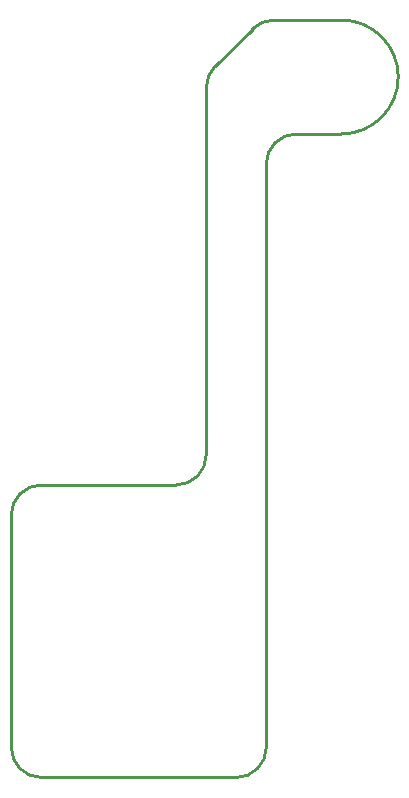
<source format=gm1>
G04 Layer_Color=16711935*
%FSLAX25Y25*%
%MOIN*%
G70*
G01*
G75*
%ADD15C,0.01000*%
D15*
X27500Y-50000D02*
G03*
X37500Y-40000I0J10000D01*
G01*
X47500Y164500D02*
G03*
X37500Y154500I0J-10000D01*
G01*
X62500Y164500D02*
G03*
X62500Y202500I0J19000D01*
G01*
X7500Y47500D02*
G03*
X17500Y57500I0J10000D01*
G01*
X-37500Y47500D02*
G03*
X-47500Y37500I0J-10000D01*
G01*
Y-40000D02*
G03*
X-37500Y-50000I10000J0D01*
G01*
X40000Y202500D02*
G03*
X32929Y199571I0J-10000D01*
G01*
X20429Y187071D02*
G03*
X17500Y180000I7071J-7071D01*
G01*
X47500Y164500D02*
X62500D01*
X37500Y-40000D02*
Y154500D01*
X17500Y57500D02*
Y180000D01*
X-37500Y47500D02*
X7500D01*
X-47500Y-40000D02*
Y37500D01*
X-37500Y-50000D02*
X27500D01*
X20429Y187071D02*
X32929Y199571D01*
X40000Y202500D02*
X62500D01*
M02*

</source>
